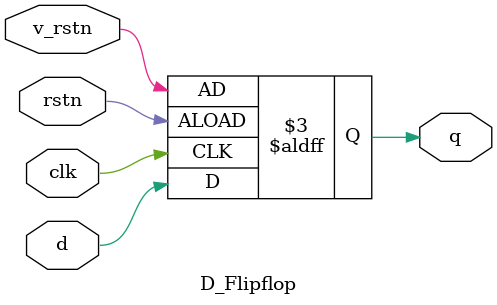
<source format=v>
`timescale 1ns / 1ps


module D_Flipflop#(parameter WIDTH = 1)
(
    input [WIDTH-1:0] d,
    input clk,
    input rstn,
    input [WIDTH-1:0] v_rstn,//用来重置触发器的变量，rstn为0时触发器内的值将被重置为这个值
    output reg [WIDTH-1:0] q
    );
    always @(posedge clk, negedge rstn) begin
        if(!rstn)   q <= v_rstn;
        else    q <= d;
    end
endmodule

</source>
